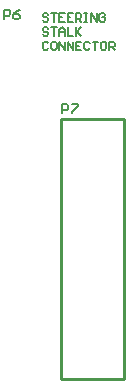
<source format=gto>
G04*
G04 #@! TF.GenerationSoftware,Altium Limited,Altium Designer,19.0.10 (269)*
G04*
G04 Layer_Color=65535*
%FSLAX25Y25*%
%MOIN*%
G70*
G01*
G75*
%ADD10C,0.01000*%
%ADD11C,0.00591*%
%ADD12C,0.00591*%
D10*
X42453Y1808D02*
X63535D01*
Y88423D01*
X42453Y1808D02*
Y30745D01*
Y88423D02*
X63535D01*
X42453Y30745D02*
Y88423D01*
D11*
X38427Y123333D02*
X37968Y123793D01*
X37050D01*
X36591Y123333D01*
Y122874D01*
X37050Y122415D01*
X37968D01*
X38427Y121956D01*
Y121497D01*
X37968Y121037D01*
X37050D01*
X36591Y121497D01*
X39346Y123793D02*
X41182D01*
X40264D01*
Y121037D01*
X43937Y123793D02*
X42101D01*
Y121037D01*
X43937D01*
X42101Y122415D02*
X43019D01*
X46692Y123793D02*
X44856D01*
Y121037D01*
X46692D01*
X44856Y122415D02*
X45774D01*
X47611Y121037D02*
Y123793D01*
X48988D01*
X49447Y123333D01*
Y122415D01*
X48988Y121956D01*
X47611D01*
X48529D02*
X49447Y121037D01*
X50366Y123793D02*
X51284D01*
X50825D01*
Y121037D01*
X50366D01*
X51284D01*
X52662D02*
Y123793D01*
X54498Y121037D01*
Y123793D01*
X57253Y123333D02*
X56794Y123793D01*
X55876D01*
X55417Y123333D01*
Y121497D01*
X55876Y121037D01*
X56794D01*
X57253Y121497D01*
Y122415D01*
X56335D01*
X38427Y118610D02*
X37968Y119069D01*
X37050D01*
X36591Y118610D01*
Y118151D01*
X37050Y117692D01*
X37968D01*
X38427Y117232D01*
Y116773D01*
X37968Y116314D01*
X37050D01*
X36591Y116773D01*
X39346Y119069D02*
X41182D01*
X40264D01*
Y116314D01*
X42101D02*
Y118151D01*
X43019Y119069D01*
X43937Y118151D01*
Y116314D01*
Y117692D01*
X42101D01*
X44856Y119069D02*
Y116314D01*
X46692D01*
X47611Y119069D02*
Y116314D01*
Y117232D01*
X49447Y119069D01*
X48070Y117692D01*
X49447Y116314D01*
X38427Y113886D02*
X37968Y114346D01*
X37050D01*
X36591Y113886D01*
Y112050D01*
X37050Y111591D01*
X37968D01*
X38427Y112050D01*
X40723Y114346D02*
X39805D01*
X39346Y113886D01*
Y112050D01*
X39805Y111591D01*
X40723D01*
X41182Y112050D01*
Y113886D01*
X40723Y114346D01*
X42101Y111591D02*
Y114346D01*
X43937Y111591D01*
Y114346D01*
X44856Y111591D02*
Y114346D01*
X46692Y111591D01*
Y114346D01*
X49447D02*
X47611D01*
Y111591D01*
X49447D01*
X47611Y112968D02*
X48529D01*
X52202Y113886D02*
X51743Y114346D01*
X50825D01*
X50366Y113886D01*
Y112050D01*
X50825Y111591D01*
X51743D01*
X52202Y112050D01*
X53121Y114346D02*
X54957D01*
X54039D01*
Y111591D01*
X57253Y114346D02*
X56335D01*
X55876Y113886D01*
Y112050D01*
X56335Y111591D01*
X57253D01*
X57712Y112050D01*
Y113886D01*
X57253Y114346D01*
X58631Y111591D02*
Y114346D01*
X60008D01*
X60467Y113886D01*
Y112968D01*
X60008Y112509D01*
X58631D01*
X59549D02*
X60467Y111591D01*
D12*
X43000Y90395D02*
Y93543D01*
X44574D01*
X45099Y93019D01*
Y91969D01*
X44574Y91444D01*
X43000D01*
X46149Y93543D02*
X48248D01*
Y93019D01*
X46149Y90920D01*
Y90395D01*
X23600Y121844D02*
Y124993D01*
X25174D01*
X25699Y124468D01*
Y123418D01*
X25174Y122894D01*
X23600D01*
X28848Y124993D02*
X27798Y124468D01*
X26749Y123418D01*
Y122369D01*
X27273Y121844D01*
X28323D01*
X28848Y122369D01*
Y122894D01*
X28323Y123418D01*
X26749D01*
M02*

</source>
